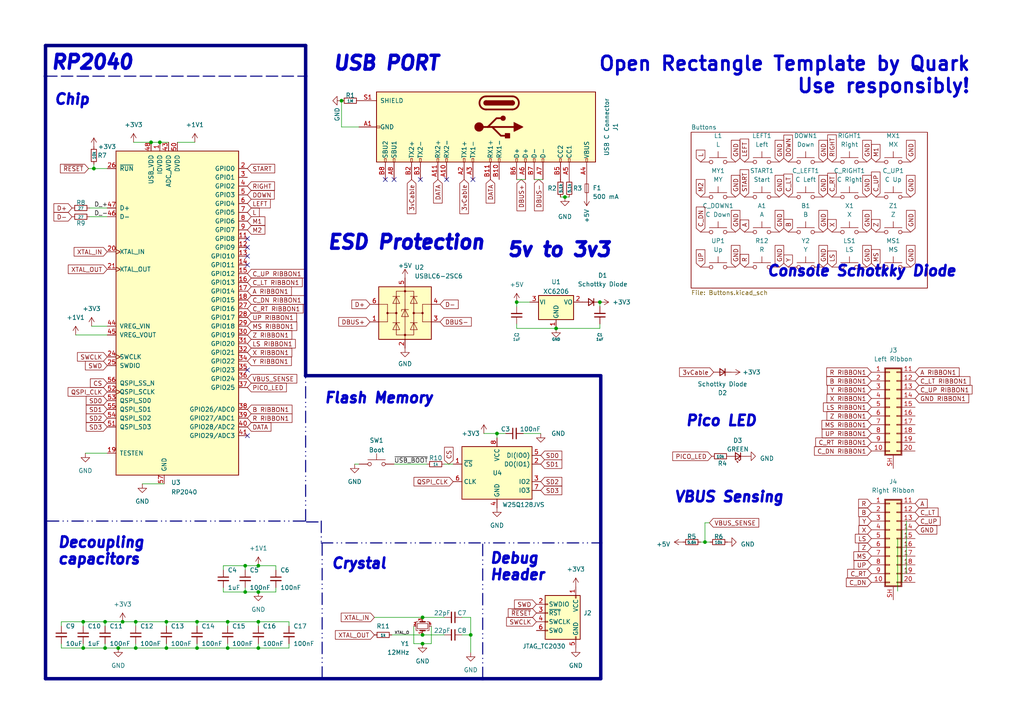
<source format=kicad_sch>
(kicad_sch (version 20231120) (generator "eeschema") (generator_version "8.0")
  (paper "A4")
  (lib_symbols
    (symbol "Connector:USB_C_Receptacle" (pin_names (offset 1.016))
      (property "Reference" "J" (at -10.16 29.21 0))
      (property "Value" "USB_C_Receptacle" (at 10.16 29.21 0))
      (symbol "USB_C_Receptacle_1_1"
        (pin passive line (at 0 -40.64 90) (length 5.08) (name "GND") (number "A1"))
        (pin bidirectional line (at 15.24 -15.24 180) (length 5.08) (name "RX2-") (number "A10"))
        (pin bidirectional line (at 15.24 -17.78 180) (length 5.08) (name "RX2+") (number "A11"))
        (pin passive line (at 0 -40.64 90) (length 5.08) hide (name "GND") (number "A12"))
        (pin bidirectional line (at 15.24 -10.16 180) (length 5.08) (name "TX1+") (number "A2"))
        (pin bidirectional line (at 15.24 -7.62 180) (length 5.08) (name "TX1-") (number "A3"))
        (pin passive line (at 15.24 25.4 180) (length 5.08) (name "VBUS") (number "A4"))
        (pin bidirectional line (at 15.24 20.32 180) (length 5.08) (name "CC1") (number "A5"))
        (pin bidirectional line (at 15.24 7.62 180) (length 5.08) (name "D+") (number "A6"))
        (pin bidirectional line (at 15.24 12.7 180) (length 5.08) (name "D-") (number "A7"))
        (pin bidirectional line (at 15.24 -30.48 180) (length 5.08) (name "SBU1") (number "A8"))
        (pin passive line (at 15.24 25.4 180) (length 5.08) hide (name "VBUS") (number "A9"))
        (pin passive line (at 0 -40.64 90) (length 5.08) hide (name "GND") (number "B1"))
        (pin bidirectional line (at 15.24 0 180) (length 5.08) (name "RX1-") (number "B10"))
        (pin bidirectional line (at 15.24 -2.54 180) (length 5.08) (name "RX1+") (number "B11"))
        (pin passive line (at 0 -40.64 90) (length 5.08) hide (name "GND") (number "B12"))
        (pin bidirectional line (at 15.24 -25.4 180) (length 5.08) (name "TX2+") (number "B2"))
        (pin bidirectional line (at 15.24 -22.86 180) (length 5.08) (name "TX2-") (number "B3"))
        (pin passive line (at 15.24 25.4 180) (length 5.08) hide (name "VBUS") (number "B4"))
        (pin bidirectional line (at 15.24 17.78 180) (length 5.08) (name "CC2") (number "B5"))
        (pin bidirectional line (at 15.24 5.08 180) (length 5.08) (name "D+") (number "B6"))
        (pin bidirectional line (at 15.24 10.16 180) (length 5.08) (name "D-") (number "B7"))
        (pin bidirectional line (at 15.24 -33.02 180) (length 5.08) (name "SBU2") (number "B8"))
        (pin passive line (at 15.24 25.4 180) (length 5.08) hide (name "VBUS") (number "B9"))
        (pin passive line (at -7.62 -40.64 90) (length 5.08) (name "SHIELD") (number "S1"))
      )
    )
    (symbol "Connector_Generic_Shielded:Conn_02x10_Top_Bottom_Shielded" (pin_names (offset 1.016) hide)
      (property "Reference" "J" (at 1.524 12.446 0))
      (property "Value" "Conn_02x10_Top_Bottom_Shielded" (at 2.286 -14.986 0))
      (symbol "Conn_02x10_Top_Bottom_Shielded_1_1"
        (pin passive line (at -5.08 10.16 0) (length 4.064) (name "Pin_1") (number "1"))
        (pin passive line (at -5.08 -12.7 0) (length 4.064) (name "Pin_10") (number "10"))
        (pin passive line (at 7.62 10.16 180) (length 4.064) (name "Pin_11") (number "11"))
        (pin passive line (at 7.62 7.62 180) (length 4.064) (name "Pin_12") (number "12"))
        (pin passive line (at 7.62 5.08 180) (length 4.064) (name "Pin_13") (number "13"))
        (pin passive line (at 7.62 2.54 180) (length 4.064) (name "Pin_14") (number "14"))
        (pin passive line (at 7.62 0 180) (length 4.064) (name "Pin_15") (number "15"))
        (pin passive line (at 7.62 -2.54 180) (length 4.064) (name "Pin_16") (number "16"))
        (pin passive line (at 7.62 -5.08 180) (length 4.064) (name "Pin_17") (number "17"))
        (pin passive line (at 7.62 -7.62 180) (length 4.064) (name "Pin_18") (number "18"))
        (pin passive line (at 7.62 -10.16 180) (length 4.064) (name "Pin_19") (number "19"))
        (pin passive line (at -5.08 7.62 0) (length 4.064) (name "Pin_2") (number "2"))
        (pin passive line (at 7.62 -12.7 180) (length 4.064) (name "Pin_20") (number "20"))
        (pin passive line (at -5.08 5.08 0) (length 4.064) (name "Pin_3") (number "3"))
        (pin passive line (at -5.08 2.54 0) (length 4.064) (name "Pin_4") (number "4"))
        (pin passive line (at -5.08 0 0) (length 4.064) (name "Pin_5") (number "5"))
        (pin passive line (at -5.08 -2.54 0) (length 4.064) (name "Pin_6") (number "6"))
        (pin passive line (at -5.08 -5.08 0) (length 4.064) (name "Pin_7") (number "7"))
        (pin passive line (at -5.08 -7.62 0) (length 4.064) (name "Pin_8") (number "8"))
        (pin passive line (at -5.08 -10.16 0) (length 4.064) (name "Pin_9") (number "9"))
        (pin passive line (at 1.27 -17.78 90) (length 3.81) (name "Shield") (number "SH"))
      )
    )
    (symbol "Device:C_Small" (pin_numbers hide) (pin_names (offset 0.254) hide)
      (property "Reference" "C" (at 0.254 1.778 0))
      (property "Value" "C_Small" (at 0.254 -2.032 0))
      (symbol "C_Small_1_1"
        (pin passive line (at 0 2.54 270) (length 2.032) (name "~") (number "1"))
        (pin passive line (at 0 -2.54 90) (length 2.032) (name "~") (number "2"))
      )
    )
    (symbol "Device:Crystal_GND24_Small" (pin_names (offset 1.016) hide)
      (property "Reference" "Y" (at 1.27 4.445 0))
      (property "Value" "Crystal_GND24_Small" (at 1.27 2.54 0))
      (symbol "Crystal_GND24_Small_1_1"
        (pin passive line (at -2.54 0 0) (length 1.27) (name "1") (number "1"))
        (pin passive line (at 0 -2.54 90) (length 0.635) (name "2") (number "2"))
        (pin passive line (at 2.54 0 180) (length 1.27) (name "3") (number "3"))
        (pin passive line (at 0 2.54 270) (length 0.635) (name "4") (number "4"))
      )
    )
    (symbol "Device:D_Small" (pin_numbers hide) (pin_names (offset 0.254) hide)
      (property "Reference" "D" (at -1.27 2.032 0))
      (property "Value" "D_Small" (at -3.81 -2.032 0))
      (symbol "D_Small_1_1"
        (pin passive line (at -2.54 0 0) (length 1.778) (name "K") (number "1"))
        (pin passive line (at 2.54 0 180) (length 1.778) (name "A") (number "2"))
      )
    )
    (symbol "Device:Fuse_Small" (pin_numbers hide) (pin_names (offset 0.254) hide)
      (property "Reference" "F" (at 0 -1.524 0))
      (property "Value" "Fuse_Small" (at 0 1.524 0))
      (symbol "Fuse_Small_1_1"
        (pin passive line (at -2.54 0 0) (length 1.27) (name "~") (number "1"))
        (pin passive line (at 2.54 0 180) (length 1.27) (name "~") (number "2"))
      )
    )
    (symbol "Device:LED_Small" (pin_numbers hide) (pin_names (offset 0.254) hide)
      (property "Reference" "D" (at -1.27 3.175 0))
      (property "Value" "LED_Small" (at -4.445 -2.54 0))
      (symbol "LED_Small_1_1"
        (pin passive line (at -2.54 0 0) (length 1.778) (name "K") (number "1"))
        (pin passive line (at 2.54 0 180) (length 1.778) (name "A") (number "2"))
      )
    )
    (symbol "Device:R_Small" (pin_numbers hide) (pin_names (offset 0.254) hide)
      (property "Reference" "R" (at 0.762 0.508 0))
      (property "Value" "R_Small" (at 0.762 -1.016 0))
      (symbol "R_Small_1_1"
        (pin passive line (at 0 2.54 270) (length 0.762) (name "~") (number "1"))
        (pin passive line (at 0 -2.54 90) (length 0.762) (name "~") (number "2"))
      )
    )
    (symbol "Memory_Flash:W25Q128JVS"
      (property "Reference" "U" (at -8.89 8.89 0))
      (property "Value" "W25Q128JVS" (at 7.62 8.89 0))
      (symbol "W25Q128JVS_1_1"
        (pin input line (at -12.7 2.54 0) (length 2.54) (name "~{CS}") (number "1"))
        (pin bidirectional line (at 12.7 2.54 180) (length 2.54) (name "DO(IO1)") (number "2"))
        (pin bidirectional line (at 12.7 -2.54 180) (length 2.54) (name "IO2") (number "3"))
        (pin power_in line (at 0 -10.16 90) (length 2.54) (name "GND") (number "4"))
        (pin bidirectional line (at 12.7 5.08 180) (length 2.54) (name "DI(IO0)") (number "5"))
        (pin input line (at -12.7 -2.54 0) (length 2.54) (name "CLK") (number "6"))
        (pin bidirectional line (at 12.7 -5.08 180) (length 2.54) (name "IO3") (number "7"))
        (pin power_in line (at 0 10.16 270) (length 2.54) (name "VCC") (number "8"))
      )
    )
    (symbol "Power_Protection:USBLC6-2SC6" (pin_names hide)
      (property "Reference" "U" (at 2.54 8.89 0))
      (property "Value" "USBLC6-2SC6" (at 2.54 -8.89 0))
      (symbol "USBLC6-2SC6_1_1"
        (pin passive line (at -10.16 -2.54 0) (length 2.54) (name "I/O1") (number "1"))
        (pin passive line (at 0 -10.16 90) (length 2.54) (name "GND") (number "2"))
        (pin passive line (at 10.16 -2.54 180) (length 2.54) (name "I/O2") (number "3"))
        (pin passive line (at 10.16 2.54 180) (length 2.54) (name "I/O2") (number "4"))
        (pin passive line (at 0 10.16 270) (length 2.54) (name "VBUS") (number "5"))
        (pin passive line (at -10.16 2.54 0) (length 2.54) (name "I/O1") (number "6"))
      )
    )
    (symbol "Regulator_Linear:XC6206PxxxMR" (pin_names (offset 0.254))
      (property "Reference" "U" (at -3.81 3.175 0))
      (property "Value" "XC6206PxxxMR" (at 0 3.175 0))
      (symbol "XC6206PxxxMR_1_1"
        (pin power_in line (at 0 -7.62 90) (length 2.54) (name "GND") (number "1"))
        (pin power_out line (at 7.62 0 180) (length 2.54) (name "VO") (number "2"))
        (pin power_in line (at -7.62 0 0) (length 2.54) (name "VI") (number "3"))
      )
    )
    (symbol "Sleep-lib:RP2040" (pin_names (offset 1.016))
      (property "Reference" "U" (at 8.89 51.435 0))
      (property "Value" "RP2040" (at 8.89 48.895 0))
      (symbol "RP2040_1_1"
        (pin power_in line (at -5.08 50.8 270) (length 2.54) (name "IOVDD") (number "1"))
        (pin power_in line (at -5.08 50.8 270) (length 2.54) hide (name "IOVDD") (number "10"))
        (pin input line (at 20.32 22.86 180) (length 2.54) (name "GPIO8") (number "11"))
        (pin input line (at 20.32 20.32 180) (length 2.54) (name "GPIO9") (number "12"))
        (pin input line (at 20.32 17.78 180) (length 2.54) (name "GPIO10") (number "13"))
        (pin input line (at 20.32 15.24 180) (length 2.54) (name "GPIO11") (number "14"))
        (pin input line (at 20.32 12.7 180) (length 2.54) (name "GPIO12") (number "15"))
        (pin input line (at 20.32 10.16 180) (length 2.54) (name "GPIO13") (number "16"))
        (pin input line (at 20.32 7.62 180) (length 2.54) (name "GPIO14") (number "17"))
        (pin input line (at 20.32 5.08 180) (length 2.54) (name "GPIO15") (number "18"))
        (pin input line (at -20.32 -39.37 0) (length 2.54) (name "TESTEN") (number "19"))
        (pin input line (at 20.32 43.18 180) (length 2.54) (name "GPIO0") (number "2"))
        (pin input clock (at -20.32 19.05 0) (length 2.54) (name "XTAL_IN") (number "20"))
        (pin input clock (at -20.32 13.97 0) (length 2.54) (name "XTAL_OUT") (number "21"))
        (pin power_in line (at -5.08 50.8 270) (length 2.54) hide (name "IOVDD") (number "22"))
        (pin power_in line (at 0 50.8 270) (length 2.54) hide (name "DVDD") (number "23"))
        (pin input clock (at -20.32 -11.43 0) (length 2.54) (name "SWCLK") (number "24"))
        (pin bidirectional line (at -20.32 -13.97 0) (length 2.54) (name "SWDIO") (number "25"))
        (pin input line (at -20.32 43.18 0) (length 2.54) (name "~{RUN}") (number "26"))
        (pin input line (at 20.32 2.54 180) (length 2.54) (name "GPIO16") (number "27"))
        (pin input line (at 20.32 0 180) (length 2.54) (name "GPIO17") (number "28"))
        (pin input line (at 20.32 -2.54 180) (length 2.54) (name "GPIO18") (number "29"))
        (pin input line (at 20.32 40.64 180) (length 2.54) (name "GPIO1") (number "3"))
        (pin input line (at 20.32 -5.08 180) (length 2.54) (name "GPIO19") (number "30"))
        (pin input line (at 20.32 -7.62 180) (length 2.54) (name "GPIO20") (number "31"))
        (pin input line (at 20.32 -10.16 180) (length 2.54) (name "GPIO21") (number "32"))
        (pin power_in line (at -5.08 50.8 270) (length 2.54) hide (name "IOVDD") (number "33"))
        (pin input line (at 20.32 -12.7 180) (length 2.54) (name "GPIO22") (number "34"))
        (pin input line (at 20.32 -15.24 180) (length 2.54) (name "GPIO23") (number "35"))
        (pin input line (at 20.32 -17.78 180) (length 2.54) (name "GPIO24") (number "36"))
        (pin input line (at 20.32 -20.32 180) (length 2.54) (name "GPIO25") (number "37"))
        (pin input line (at 20.32 -26.67 180) (length 2.54) (name "GPIO26/ADC0") (number "38"))
        (pin input line (at 20.32 -29.21 180) (length 2.54) (name "GPIO27/ADC1") (number "39"))
        (pin input line (at 20.32 38.1 180) (length 2.54) (name "GPIO2") (number "4"))
        (pin input line (at 20.32 -31.75 180) (length 2.54) (name "GPIO28/ADC2") (number "40"))
        (pin input line (at 20.32 -34.29 180) (length 2.54) (name "GPIO29/ADC3") (number "41"))
        (pin power_in line (at -5.08 50.8 270) (length 2.54) hide (name "IOVDD") (number "42"))
        (pin power_in line (at -2.54 50.8 270) (length 2.54) (name "ADC_AVDD") (number "43"))
        (pin power_in line (at -20.32 -2.54 0) (length 2.54) (name "VREG_VIN") (number "44"))
        (pin power_out line (at -20.32 -5.08 0) (length 2.54) (name "VREG_VOUT") (number "45"))
        (pin bidirectional line (at -20.32 29.21 0) (length 2.54) (name "D-") (number "46"))
        (pin bidirectional line (at -20.32 31.75 0) (length 2.54) (name "D+") (number "47"))
        (pin power_in line (at -7.62 50.8 270) (length 2.54) (name "USB_VDD") (number "48"))
        (pin power_in line (at -5.08 50.8 270) (length 2.54) hide (name "IOVDD") (number "49"))
        (pin input line (at 20.32 35.56 180) (length 2.54) (name "GPIO3") (number "5"))
        (pin power_in line (at 0 50.8 270) (length 2.54) (name "DVDD") (number "50"))
        (pin bidirectional line (at -20.32 -31.75 0) (length 2.54) (name "QSPI_SD3") (number "51"))
        (pin input clock (at -20.32 -21.59 0) (length 2.54) (name "QSPI_SCLK") (number "52"))
        (pin bidirectional line (at -20.32 -24.13 0) (length 2.54) (name "QSPI_SD0") (number "53"))
        (pin bidirectional line (at -20.32 -29.21 0) (length 2.54) (name "QSPI_SD2") (number "54"))
        (pin bidirectional line (at -20.32 -26.67 0) (length 2.54) (name "QSPI_SD1") (number "55"))
        (pin bidirectional line (at -20.32 -19.05 0) (length 2.54) (name "QSPI_SS_N") (number "56"))
        (pin power_in line (at -3.81 -48.26 90) (length 2.54) (name "GND") (number "57"))
        (pin input line (at 20.32 33.02 180) (length 2.54) (name "GPIO4") (number "6"))
        (pin input line (at 20.32 30.48 180) (length 2.54) (name "GPIO5") (number "7"))
        (pin input line (at 20.32 27.94 180) (length 2.54) (name "GPIO6") (number "8"))
        (pin input line (at 20.32 25.4 180) (length 2.54) (name "GPIO7") (number "9"))
      )
    )
    (symbol "Switch:SW_Push" (pin_numbers hide) (pin_names (offset 1.016) hide)
      (property "Reference" "SW" (at 1.27 2.54 0))
      (property "Value" "SW_Push" (at 0 -1.524 0))
      (symbol "SW_Push_0_1"
        (pin passive line (at -5.08 0 0) (length 2.54) (name "1") (number "1"))
        (pin passive line (at 5.08 0 180) (length 2.54) (name "2") (number "2"))
      )
    )
    (symbol "marbastlib-various:JTAG_TC2030" (pin_names (offset 1.016))
      (property "Reference" "J" (at -3.81 -6.35 0))
      (property "Value" "JTAG_TC2030" (at -10.16 8.89 0))
      (symbol "JTAG_TC2030_1_1"
        (pin passive line (at 5.08 10.16 270) (length 2.54) (name "VCC") (number "1"))
        (pin passive line (at -6.35 5.08 0) (length 2.54) (name "SWDIO") (number "2"))
        (pin passive line (at -6.35 2.54 0) (length 2.54) (name "~{RST}") (number "3"))
        (pin passive line (at -6.35 0 0) (length 2.54) (name "SWCLK") (number "4"))
        (pin passive line (at 5.08 -7.62 90) (length 2.54) (name "GND") (number "5"))
        (pin passive line (at -6.35 -2.54 0) (length 2.54) (name "SWO") (number "6"))
      )
    )
    (symbol "power:+1V1" (power) (pin_names (offset 0))
      (property "Value" "+1V1" (at 0 3.556 0))
      (symbol "+1V1_1_1"
        (pin power_in line (at 0 0 90) (length 0) hide (name "+1V1") (number "1"))
      )
    )
    (symbol "power:+3.3V" (power) (pin_names (offset 0))
      (property "Value" "+3.3V" (at 0 3.556 0))
      (symbol "+3.3V_1_1"
        (pin power_in line (at 0 0 90) (length 0) hide (name "+3V3") (number "1"))
      )
    )
    (symbol "power:+3V3" (power) (pin_names (offset 0))
      (property "Value" "+3V3" (at 0 3.556 0))
      (symbol "+3V3_1_1"
        (pin power_in line (at 0 0 90) (length 0) hide (name "+3V3") (number "1"))
      )
    )
    (symbol "power:+5V" (power) (pin_names (offset 0))
      (property "Value" "+5V" (at 0 3.556 0))
      (symbol "+5V_1_1"
        (pin power_in line (at 0 0 90) (length 0) hide (name "+5V") (number "1"))
      )
    )
    (symbol "power:GND" (power) (pin_names (offset 0))
      (property "Value" "GND" (at 0 -3.81 0))
      (symbol "GND_1_1"
        (pin power_in line (at 0 0 270) (length 0) hide (name "GND") (number "1"))
      )
    )
  )
  (junction (at 74.93 164.084))
  (junction (at 140.001 196.85))
  (junction (at 39.37 187.96))
  (junction (at 57.15 180.34))
  (junction (at 66.04 187.96))
  (junction (at 24.13 180.34))
  (junction (at 30.48 180.34))
  (junction (at 35.56 180.34))
  (junction (at 122.555 179.07))
  (junction (at 174.244 157.4631))
  (junction (at 30.48 187.96))
  (junction (at 136.525 184.15))
  (junction (at 48.26 180.34))
  (junction (at 34.29 187.96))
  (junction (at 204.47 157.226))
  (junction (at 74.93 180.34))
  (junction (at 46.355 41.275))
  (junction (at 13.208 22.098))
  (junction (at 149.86 87.63) (diameter 0.9144))
  (junction (at 71.12 164.084))
  (junction (at 122.555 186.69))
  (junction (at 57.15 187.96))
  (junction (at 43.815 41.275))
  (junction (at 74.93 187.96))
  (junction (at 24.13 187.96))
  (junction (at 71.12 171.704))
  (junction (at 173.99 87.63))
  (junction (at 74.93 171.704))
  (junction (at 88.646 22.098))
  (junction (at 27.2222 48.895))
  (junction (at 144.145 125.73))
  (junction (at 99.06 29.21))
  (junction (at 161.29 95.25) (diameter 0.9144))
  (junction (at 48.26 187.96))
  (junction (at 39.37 180.34))
  (junction (at 122.555 184.15))
  (junction (at 66.04 180.34))
  (junction (at 88.646 108.966))
  (junction (at 163.8554 57.15))
  (no_connect (at 71.755 76.835))
  (no_connect (at 71.755 69.215))
  (no_connect (at 71.755 107.315))
  (no_connect (at 114.3 52.07))
  (no_connect (at 71.755 71.755))
  (no_connect (at 129.54 52.07))
  (no_connect (at 71.755 74.295))
  (no_connect (at 71.755 126.365))
  (no_connect (at 137.16 52.07))
  (no_connect (at 111.76 52.07))
  (no_connect (at 121.92 52.07))
  (wire (pts (xy 31.115 97.155) (xy 21.9456 97.155)))
  (wire (pts (xy 57.15 180.34) (xy 57.15 181.61)))
  (wire (pts (xy 17.78 187.96) (xy 24.13 187.96)))
  (wire (pts (xy 260.35 171.45) (xy 260.35 156.21)))
  (wire (pts (xy 43.815 41.275) (xy 46.355 41.275)))
  (wire (pts (xy 136.525 179.07) (xy 136.525 184.15)))
  (wire (pts (xy 64.77 164.084) (xy 64.77 165.354)))
  (wire (pts (xy 57.15 186.69) (xy 57.15 187.96)))
  (wire (pts (xy 24.765 131.445) (xy 31.115 131.445)))
  (wire (pts (xy 125.095 181.61) (xy 125.095 186.69)))
  (wire (pts (xy 120.015 181.61) (xy 120.015 186.69)))
  (wire (pts (xy 24.13 187.96) (xy 30.48 187.96)))
  (wire (pts (xy 27.2222 47.625) (xy 27.2222 48.895)))
  (wire (pts (xy 71.12 164.084) (xy 71.12 165.354)))
  (wire (pts (xy 57.15 187.96) (xy 66.04 187.96)))
  (bus (pts (xy 174.244 157.4631) (xy 174.244 108.966)) (stroke (width 1)))
  (wire (pts (xy 74.93 187.96) (xy 83.82 187.96)))
  (wire (pts (xy 136.525 184.15) (xy 133.985 184.15)))
  (wire (pts (xy 17.78 180.34) (xy 24.13 180.34)))
  (wire (pts (xy 41.275 140.335) (xy 47.625 140.335)))
  (wire (pts (xy 114.3 134.62) (xy 123.825 134.62)))
  (wire (pts (xy 64.77 171.704) (xy 71.12 171.704)))
  (wire (pts (xy 102.87 134.62) (xy 104.14 134.62)))
  (wire (pts (xy 161.29 95.25) (xy 149.86 95.25)))
  (wire (pts (xy 128.905 184.15) (xy 122.555 184.15)))
  (wire (pts (xy 25.9842 62.865) (xy 31.115 62.865)))
  (wire (pts (xy 262.89 166.37) (xy 262.89 151.13)))
  (wire (pts (xy 144.145 125.73) (xy 146.685 125.73)))
  (bus (pts (xy 88.646 108.966) (xy 174.244 108.966)) (stroke (width 1)))
  (bus (pts (xy 174.244 157.4631) (xy 174.244 157.48)))
  (wire (pts (xy 30.48 180.34) (xy 35.56 180.34)))
  (bus (pts (xy 88.646 13.208) (xy 88.646 22.098)) (stroke (width 1)))
  (wire (pts (xy 25.9842 60.325) (xy 31.115 60.325)))
  (wire (pts (xy 80.01 164.084) (xy 80.01 165.354)))
  (wire (pts (xy 74.93 180.34) (xy 83.82 180.34)))
  (wire (pts (xy 149.86 87.63) (xy 149.86 88.9)))
  (wire (pts (xy 66.04 186.69) (xy 66.04 187.96)))
  (wire (pts (xy 39.37 187.96) (xy 48.26 187.96)))
  (wire (pts (xy 35.56 180.34) (xy 39.37 180.34)))
  (wire (pts (xy 203.2 157.226) (xy 204.47 157.226)))
  (wire (pts (xy 83.82 180.34) (xy 83.82 181.61)))
  (wire (pts (xy 51.435 41.275) (xy 56.515 41.275)))
  (wire (pts (xy 38.735 41.275) (xy 43.815 41.275)))
  (wire (pts (xy 39.37 187.96) (xy 39.37 186.69)))
  (wire (pts (xy 66.04 180.34) (xy 74.93 180.34)))
  (wire (pts (xy 74.93 171.704) (xy 80.01 171.704)))
  (wire (pts (xy 34.29 187.96) (xy 39.37 187.96)))
  (wire (pts (xy 48.26 180.34) (xy 48.26 181.61)))
  (wire (pts (xy 39.37 180.34) (xy 39.37 181.61)))
  (wire (pts (xy 83.82 187.96) (xy 83.82 186.69)))
  (wire (pts (xy 39.37 180.34) (xy 48.26 180.34)))
  (bus (pts (xy 140.001 196.85) (xy 174.244 196.85)) (stroke (width 1)))
  (bus (pts (xy 88.646 151.13) (xy 88.646 108.966)) (stroke (width 0) (type dash_dot_dot)))
  (wire (pts (xy 125.095 186.69) (xy 122.555 186.69)))
  (wire (pts (xy 74.93 164.084) (xy 80.01 164.084)))
  (bus (pts (xy 93.1852 151.13) (xy 93.1852 157.4631)) (stroke (width 0) (type dash_dot_dot)))
  (wire (pts (xy 108.585 179.07) (xy 122.555 179.07)))
  (wire (pts (xy 204.47 157.226) (xy 205.9178 157.226)))
  (wire (pts (xy 144.145 125.73) (xy 144.145 127)))
  (wire (pts (xy 71.12 171.704) (xy 74.93 171.704)))
  (wire (pts (xy 30.48 180.34) (xy 24.13 180.34)))
  (wire (pts (xy 149.86 93.98) (xy 149.86 95.25)))
  (wire (pts (xy 30.48 180.34) (xy 30.48 181.61)))
  (wire (pts (xy 48.26 187.96) (xy 57.15 187.96)))
  (wire (pts (xy 71.12 170.434) (xy 71.12 171.704)))
  (wire (pts (xy 162.56 57.15) (xy 163.8554 57.15)))
  (wire (pts (xy 128.905 134.62) (xy 131.445 134.62)))
  (wire (pts (xy 173.99 93.9546) (xy 173.99 95.25)))
  (wire (pts (xy 133.985 179.07) (xy 136.525 179.07)))
  (wire (pts (xy 99.06 36.83) (xy 99.06 29.21)))
  (wire (pts (xy 151.765 125.73) (xy 156.845 125.73)))
  (wire (pts (xy 74.93 180.34) (xy 74.93 181.61)))
  (bus (pts (xy 93.1852 157.4631) (xy 174.244 157.4631)) (stroke (width 0) (type dash_dot_dot)))
  (wire (pts (xy 120.015 186.69) (xy 122.555 186.69)))
  (wire (pts (xy 25.6793 48.895) (xy 27.2222 48.895)))
  (wire (pts (xy 157.48 52.07) (xy 154.94 52.07)))
  (wire (pts (xy 48.26 187.96) (xy 48.26 186.69)))
  (wire (pts (xy 80.01 171.704) (xy 80.01 170.434)))
  (wire (pts (xy 71.12 164.084) (xy 64.77 164.084)))
  (wire (pts (xy 26.5684 94.615) (xy 31.115 94.615)))
  (bus (pts (xy 13.208 22.098) (xy 88.646 22.098)) (stroke (width 0) (type dash)))
  (wire (pts (xy 140.335 125.73) (xy 144.145 125.73)))
  (bus (pts (xy 13.716 151.13) (xy 88.646 151.13)) (stroke (width 0) (type dash_dot_dot)))
  (bus (pts (xy 174.244 196.85) (xy 174.244 157.4631)) (stroke (width 1)))
  (bus (pts (xy 88.646 22.098) (xy 88.646 108.966)) (stroke (width 1)))
  (wire (pts (xy 57.15 180.34) (xy 66.04 180.34)))
  (wire (pts (xy 17.78 181.61) (xy 17.78 180.34)))
  (wire (pts (xy 66.04 187.96) (xy 74.93 187.96)))
  (wire (pts (xy 46.355 41.275) (xy 48.895 41.275)))
  (wire (pts (xy 74.93 187.96) (xy 74.93 186.69)))
  (wire (pts (xy 163.8554 57.15) (xy 165.1 57.15)))
  (wire (pts (xy 17.78 186.69) (xy 17.78 187.96)))
  (wire (pts (xy 27.2222 48.895) (xy 31.115 48.895)))
  (wire (pts (xy 74.93 164.084) (xy 71.12 164.084)))
  (wire (pts (xy 104.14 36.83) (xy 99.06 36.83)))
  (wire (pts (xy 261.62 168.91) (xy 261.62 153.67)))
  (wire (pts (xy 205.74 151.638) (xy 204.47 151.638)))
  (bus (pts (xy 140.001 196.85) (xy 140.001 157.48)) (stroke (width 0) (type dash_dot_dot)))
  (wire (pts (xy 24.13 180.34) (xy 24.13 181.61)))
  (wire (pts (xy 204.47 151.638) (xy 204.47 157.226)))
  (bus (pts (xy 13.208 13.208) (xy 13.208 22.098)) (stroke (width 1)))
  (wire (pts (xy 66.04 180.34) (xy 66.04 181.61)))
  (wire (pts (xy 30.48 186.69) (xy 30.48 187.96)))
  (wire (pts (xy 64.77 170.434) (xy 64.77 171.704)))
  (bus (pts (xy 93.4392 157.7171) (xy 93.4392 197.104)) (stroke (width 0) (type dash_dot_dot)))
  (wire (pts (xy 128.905 179.07) (xy 122.555 179.07)))
  (wire (pts (xy 173.99 88.8746) (xy 173.99 87.63)))
  (wire (pts (xy 122.555 184.15) (xy 113.665 184.15)))
  (wire (pts (xy 30.48 187.96) (xy 34.29 187.96)))
  (wire (pts (xy 24.13 186.69) (xy 24.13 187.96)))
  (bus (pts (xy 13.208 196.85) (xy 140.001 196.85)) (stroke (width 1)))
  (wire (pts (xy 136.525 184.15) (xy 136.525 189.23)))
  (bus (pts (xy 13.208 13.208) (xy 88.646 13.208)) (stroke (width 1)))
  (wire (pts (xy 48.26 180.34) (xy 57.15 180.34)))
  (bus (pts (xy 13.208 22.098) (xy 13.208 196.85)) (stroke (width 1)))
  (wire (pts (xy 161.29 95.25) (xy 173.99 95.25)))
  (wire (pts (xy 152.4 52.07) (xy 149.86 52.07)))
  (wire (pts (xy 149.86 87.63) (xy 153.67 87.63)))
  (bus (pts (xy 88.9 151.384) (xy 93.4392 151.384)) (stroke (width 0) (type dash_dot_dot)))
  (text "Console Schotkky Diode" (at 222.25 80.518 0) (effects (font (size 3 3) (thickness 2) (bold yes) (italic yes)) (justify left bottom)))
  (text "Crystal" (at 95.885 165.354 0) (effects (font (size 3 3) (thickness 2) (bold yes) (italic yes)) (justify left bottom)))
  (text "USB PORT" (at 96.266 20.828 0) (effects (font (size 4 4) (thickness 2) (bold yes) (italic yes)) (justify left bottom)))
  (text "Flash Memory" (at 93.853 117.348 0) (effects (font (size 3 3) (thickness 2) (bold yes) (italic yes)) (justify left bottom)))
  (text "Pico LED" (at 198.628 123.952 0) (effects (font (size 3 3) (thickness 2) (bold yes) (italic yes)) (justify left bottom)))
  (text "Open Rectangle Template by Quark\nUse responsibly!" (at 281.686 27.432 0) (effects (font (size 4 4) (thickness 0.8) (bold yes)) (justify right bottom)))
  (text "RP2040" (at 14.478 20.574 0) (effects (font (size 4 4) (thickness 2) (bold yes) (italic yes)) (justify left bottom)))
  (text "Debug\nHeader" (at 141.859 168.656 0) (effects (font (size 3 3) (thickness 2) (bold yes) (italic yes)) (justify left bottom)))
  (text "VBUS Sensing" (at 195.326 146.05 0) (effects (font (size 3 3) (thickness 2) (bold yes) (italic yes)) (justify left bottom)))
  (text "Chip" (at 15.494 30.734 0) (effects (font (size 3 3) (thickness 2) (bold yes) (italic yes)) (justify left bottom)))
  (text "5v to 3v3" (at 146.812 74.93 0) (effects (font (size 4 4) (thickness 2) (bold yes) (italic yes)) (justify left bottom)))
  (text "ESD Protection" (at 94.615 72.771 0) (effects (font (size 4 4) (thickness 2) (bold yes) (italic yes)) (justify left bottom)))
  (text "Decoupling\ncapacitors" (at 16.51 164.084 0) (effects (font (size 3 3) (thickness 2) (bold yes) (italic yes)) (justify left bottom)))
  (label "D_+" (at 27.305 60.325 0))
  (label "~{USB_BOOT}" (at 114.3 134.62 0))
  (label "D_-" (at 27.305 62.865 0))
  (label "XTAL_O" (at 118.745 184.15 180) (effects (font (size 0.8 0.8))))
  (global_label "GND" (shape input) (at 226.06 67.31 90) (property "Intersheetrefs" "${INTERSHEET_REFS}" (effects (hide yes))))
  (global_label "D+" (shape input) (at 107.315 88.265 180) (property "Intersheetrefs" "${INTERSHEET_REFS}" (effects (hide yes))))
  (global_label "C_UP RIBBON1" (shape input) (at 71.755 79.375 0) (property "Intersheetrefs" "${INTERSHEET_REFS}" (effects (hide yes))))
  (global_label "C_UP" (shape input) (at 265.43 151.13 0) (property "Intersheetrefs" "${INTERSHEET_REFS}" (effects (hide yes))))
  (global_label "C_DN" (shape input) (at 203.2 67.31 90) (property "Intersheetrefs" "${INTERSHEET_REFS}" (effects (hide yes))))
  (global_label "GND" (shape input) (at 213.36 46.99 90) (property "Intersheetrefs" "${INTERSHEET_REFS}" (effects (hide yes))))
  (global_label "GND" (shape input) (at 251.46 67.31 90) (property "Intersheetrefs" "${INTERSHEET_REFS}" (effects (hide yes))))
  (global_label "GND" (shape input) (at 226.06 46.99 90) (property "Intersheetrefs" "${INTERSHEET_REFS}" (effects (hide yes))))
  (global_label "Y" (shape input) (at 228.6 77.47 90) (property "Intersheetrefs" "${INTERSHEET_REFS}" (effects (hide yes))))
  (global_label "3vCable" (shape input) (at 134.62 52.07 270) (property "Intersheetrefs" "${INTERSHEET_REFS}" (effects (hide yes))))
  (global_label "DOWN" (shape input) (at 228.6 46.99 90) (property "Intersheetrefs" "${INTERSHEET_REFS}" (effects (hide yes))))
  (global_label "M2" (shape input) (at 203.2 57.15 90) (property "Intersheetrefs" "${INTERSHEET_REFS}" (effects (hide yes))))
  (global_label "~{RESET}" (shape input) (at 155.575 177.8 180) (property "Intersheetrefs" "${INTERSHEET_REFS}" (effects (hide yes))))
  (global_label "SWD" (shape input) (at 155.575 175.26 180) (property "Intersheetrefs" "${INTERSHEET_REFS}" (effects (hide yes))))
  (global_label "SD0" (shape input) (at 31.115 116.205 180) (property "Intersheetrefs" "${INTERSHEET_REFS}" (effects (hide yes))))
  (global_label "GND" (shape input) (at 213.36 77.47 90) (property "Intersheetrefs" "${INTERSHEET_REFS}" (effects (hide yes))))
  (global_label "R" (shape input) (at 252.73 146.05 180) (property "Intersheetrefs" "${INTERSHEET_REFS}" (effects (hide yes))))
  (global_label "C_LT RIBBON1" (shape input) (at 265.43 110.49 0) (property "Intersheetrefs" "${INTERSHEET_REFS}" (effects (hide yes))))
  (global_label "GND" (shape input) (at 264.16 46.99 90) (property "Intersheetrefs" "${INTERSHEET_REFS}" (effects (hide yes))))
  (global_label "START" (shape input) (at 71.755 48.895 0) (property "Intersheetrefs" "${INTERSHEET_REFS}" (effects (hide yes))))
  (global_label "UP" (shape input) (at 203.2 77.47 90) (property "Intersheetrefs" "${INTERSHEET_REFS}" (effects (hide yes))))
  (global_label "QSPI_CLK" (shape input) (at 131.445 139.7 180) (property "Intersheetrefs" "${INTERSHEET_REFS}" (effects (hide yes))))
  (global_label "A" (shape input) (at 215.9 67.31 90) (property "Intersheetrefs" "${INTERSHEET_REFS}" (effects (hide yes))))
  (global_label "SD0" (shape input) (at 156.845 132.08 0) (property "Intersheetrefs" "${INTERSHEET_REFS}" (effects (hide yes))))
  (global_label "D-" (shape input) (at 20.9042 62.865 180) (property "Intersheetrefs" "${INTERSHEET_REFS}" (effects (hide yes))))
  (global_label "GND" (shape input) (at 213.36 67.31 90) (property "Intersheetrefs" "${INTERSHEET_REFS}" (effects (hide yes))))
  (global_label "DATA" (shape input) (at 71.755 123.825 0) (property "Intersheetrefs" "${INTERSHEET_REFS}" (effects (hide yes))))
  (global_label "Y RIBBON1" (shape input) (at 252.73 113.03 180) (property "Intersheetrefs" "${INTERSHEET_REFS}" (effects (hide yes))))
  (global_label "SWD" (shape input) (at 31.115 106.045 180) (property "Intersheetrefs" "${INTERSHEET_REFS}" (effects (hide yes))))
  (global_label "SD3" (shape input) (at 156.845 142.24 0) (property "Intersheetrefs" "${INTERSHEET_REFS}" (effects (hide yes))))
  (global_label "RIGHT" (shape input) (at 241.3 46.99 90) (property "Intersheetrefs" "${INTERSHEET_REFS}" (effects (hide yes))))
  (global_label "M1" (shape input) (at 71.755 64.135 0) (property "Intersheetrefs" "${INTERSHEET_REFS}" (effects (hide yes))))
  (global_label "PICO_LED" (shape input) (at 71.755 112.395 0) (property "Intersheetrefs" "${INTERSHEET_REFS}" (effects (hide yes))))
  (global_label "B" (shape input) (at 252.73 148.59 180) (property "Intersheetrefs" "${INTERSHEET_REFS}" (effects (hide yes))))
  (global_label "PICO_LED" (shape input) (at 206.4258 132.334 180) (property "Intersheetrefs" "${INTERSHEET_REFS}" (effects (hide yes))))
  (global_label "VBUS_SENSE" (shape input) (at 205.74 151.638 0) (property "Intersheetrefs" "${INTERSHEET_REFS}" (effects (hide yes))))
  (global_label "MS RIBBON1" (shape input) (at 71.755 94.615 0) (property "Intersheetrefs" "${INTERSHEET_REFS}" (effects (hide yes))))
  (global_label "DATA" (shape input) (at 142.24 52.07 270) (property "Intersheetrefs" "${INTERSHEET_REFS}" (effects (hide yes))))
  (global_label "LS RIBBON1" (shape input) (at 252.73 118.11 180) (property "Intersheetrefs" "${INTERSHEET_REFS}" (effects (hide yes))))
  (global_label "SD1" (shape input) (at 31.115 118.745 180) (property "Intersheetrefs" "${INTERSHEET_REFS}" (effects (hide yes))))
  (global_label "X" (shape input) (at 241.3 67.31 90) (property "Intersheetrefs" "${INTERSHEET_REFS}" (effects (hide yes))))
  (global_label "Z" (shape input) (at 252.73 158.75 180) (property "Intersheetrefs" "${INTERSHEET_REFS}" (effects (hide yes))))
  (global_label "GND" (shape input) (at 251.46 46.99 90) (property "Intersheetrefs" "${INTERSHEET_REFS}" (effects (hide yes))))
  (global_label "SD3" (shape input) (at 31.115 123.825 180) (property "Intersheetrefs" "${INTERSHEET_REFS}" (effects (hide yes))))
  (global_label "C_UP" (shape input) (at 254 57.15 90) (property "Intersheetrefs" "${INTERSHEET_REFS}" (effects (hide yes))))
  (global_label "XTAL_OUT" (shape input) (at 31.115 78.105 180) (property "Intersheetrefs" "${INTERSHEET_REFS}" (effects (hide yes))))
  (global_label "C_LT RIBBON1" (shape input) (at 71.755 81.915 0) (property "Intersheetrefs" "${INTERSHEET_REFS}" (effects (hide yes))))
  (global_label "DBUS-" (shape input) (at 127.635 93.345 0) (property "Intersheetrefs" "${INTERSHEET_REFS}" (effects (hide yes))))
  (global_label "R RIBBON1" (shape input) (at 71.755 121.285 0) (property "Intersheetrefs" "${INTERSHEET_REFS}" (effects (hide yes))))
  (global_label "GND" (shape input) (at 264.16 77.47 90) (property "Intersheetrefs" "${INTERSHEET_REFS}" (effects (hide yes))))
  (global_label "GND" (shape input) (at 251.46 77.47 90) (property "Intersheetrefs" "${INTERSHEET_REFS}" (effects (hide yes))))
  (global_label "A RIBBON1" (shape input) (at 71.755 84.455 0) (property "Intersheetrefs" "${INTERSHEET_REFS}" (effects (hide yes))))
  (global_label "R RIBBON1" (shape input) (at 252.73 107.95 180) (property "Intersheetrefs" "${INTERSHEET_REFS}" (effects (hide yes))))
  (global_label "GND" (shape input) (at 238.76 46.99 90) (property "Intersheetrefs" "${INTERSHEET_REFS}" (effects (hide yes))))
  (global_label "C_RT" (shape input) (at 241.3 57.15 90) (property "Intersheetrefs" "${INTERSHEET_REFS}" (effects (hide yes))))
  (global_label "GND" (shape input) (at 213.36 57.15 90) (property "Intersheetrefs" "${INTERSHEET_REFS}" (effects (hide yes))))
  (global_label "C_LT" (shape input) (at 265.43 148.59 0) (property "Intersheetrefs" "${INTERSHEET_REFS}" (effects (hide yes))))
  (global_label "Y" (shape input) (at 252.73 151.13 180) (property "Intersheetrefs" "${INTERSHEET_REFS}" (effects (hide yes))))
  (global_label "MS" (shape input) (at 254 77.47 90) (property "Intersheetrefs" "${INTERSHEET_REFS}" (effects (hide yes))))
  (global_label "GND" (shape input) (at 264.16 67.31 90) (property "Intersheetrefs" "${INTERSHEET_REFS}" (effects (hide yes))))
  (global_label "UP" (shape input) (at 252.73 163.83 180) (property "Intersheetrefs" "${INTERSHEET_REFS}" (effects (hide yes))))
  (global_label "D-" (shape input) (at 127.635 88.265 0) (property "Intersheetrefs" "${INTERSHEET_REFS}" (effects (hide yes))))
  (global_label "X" (shape input) (at 252.73 153.67 180) (property "Intersheetrefs" "${INTERSHEET_REFS}" (effects (hide yes))))
  (global_label "Z RIBBON1" (shape input) (at 252.73 120.65 180) (property "Intersheetrefs" "${INTERSHEET_REFS}" (effects (hide yes))))
  (global_label "C_DN" (shape input) (at 252.73 168.91 180) (property "Intersheetrefs" "${INTERSHEET_REFS}" (effects (hide yes))))
  (global_label "M2" (shape input) (at 71.755 66.675 0) (property "Intersheetrefs" "${INTERSHEET_REFS}" (effects (hide yes))))
  (global_label "B RIBBON1" (shape input) (at 252.73 110.49 180) (property "Intersheetrefs" "${INTERSHEET_REFS}" (effects (hide yes))))
  (global_label "UP RIBBON1" (shape input) (at 252.73 125.73 180) (property "Intersheetrefs" "${INTERSHEET_REFS}" (effects (hide yes))))
  (global_label "CS" (shape input) (at 31.115 111.125 180) (property "Intersheetrefs" "${INTERSHEET_REFS}" (effects (hide yes))))
  (global_label "R" (shape input) (at 215.9 77.47 90) (property "Intersheetrefs" "${INTERSHEET_REFS}" (effects (hide yes))))
  (global_label "SD2" (shape input) (at 156.845 139.7 0) (property "Intersheetrefs" "${INTERSHEET_REFS}" (effects (hide yes))))
  (global_label "GND" (shape input) (at 226.06 77.47 90) (property "Intersheetrefs" "${INTERSHEET_REFS}" (effects (hide yes))))
  (global_label "L" (shape input) (at 71.755 61.595 0) (property "Intersheetrefs" "${INTERSHEET_REFS}" (effects (hide yes))))
  (global_label "GND" (shape input) (at 265.43 153.67 0) (property "Intersheetrefs" "${INTERSHEET_REFS}" (effects (hide yes))))
  (global_label "3vCable" (shape input) (at 207.01 107.95 180) (property "Intersheetrefs" "${INTERSHEET_REFS}" (effects (hide yes))))
  (global_label "DBUS-" (shape input) (at 156.2608 52.07 270) (property "Intersheetrefs" "${INTERSHEET_REFS}" (effects (hide yes))))
  (global_label "GND" (shape input) (at 226.06 57.15 90) (property "Intersheetrefs" "${INTERSHEET_REFS}" (effects (hide yes))))
  (global_label "A" (shape input) (at 265.43 146.05 0) (property "Intersheetrefs" "${INTERSHEET_REFS}" (effects (hide yes))))
  (global_label "Z RIBBON1" (shape input) (at 71.755 97.155 0) (property "Intersheetrefs" "${INTERSHEET_REFS}" (effects (hide yes))))
  (global_label "CS" (shape input) (at 130.175 134.62 90) (property "Intersheetrefs" "${INTERSHEET_REFS}" (effects (hide yes))))
  (global_label "START" (shape input) (at 215.9 57.15 90) (property "Intersheetrefs" "${INTERSHEET_REFS}" (effects (hide yes))))
  (global_label "C_RT RIBBON1" (shape input) (at 71.755 89.535 0) (property "Intersheetrefs" "${INTERSHEET_REFS}" (effects (hide yes))))
  (global_label "C_DN RIBBON1" (shape input) (at 71.755 86.995 0) (property "Intersheetrefs" "${INTERSHEET_REFS}" (effects (hide yes))))
  (global_label "XTAL_IN" (shape input) (at 31.115 73.025 180) (property "Intersheetrefs" "${INTERSHEET_REFS}" (effects (hide yes))))
  (global_label "VBUS_SENSE" (shape input) (at 71.755 109.855 0) (property "Intersheetrefs" "${INTERSHEET_REFS}" (effects (hide yes))))
  (global_label "RIGHT" (shape input) (at 71.755 53.975 0) (property "Intersheetrefs" "${INTERSHEET_REFS}" (effects (hide yes))))
  (global_label "LEFT" (shape input) (at 215.9 46.99 90) (property "Intersheetrefs" "${INTERSHEET_REFS}" (effects (hide yes))))
  (global_label "D+" (shape input) (at 20.9042 60.325 180) (property "Intersheetrefs" "${INTERSHEET_REFS}" (effects (hide yes))))
  (global_label "B" (shape input) (at 228.6 67.31 90) (property "Intersheetrefs" "${INTERSHEET_REFS}" (effects (hide yes))))
  (global_label "QSPI_CLK" (shape input) (at 31.115 113.665 180) (property "Intersheetrefs" "${INTERSHEET_REFS}" (effects (hide yes))))
  (global_label "B RIBBON1" (shape input) (at 71.755 118.745 0) (property "Intersheetrefs" "${INTERSHEET_REFS}" (effects (hide yes))))
  (global_label "DBUS+" (shape input) (at 107.315 93.345 180) (property "Intersheetrefs" "${INTERSHEET_REFS}" (effects (hide yes))))
  (global_label "DBUS+" (shape input) (at 151.1808 52.07 270) (property "Intersheetrefs" "${INTERSHEET_REFS}" (effects (hide yes))))
  (global_label "~{RESET}" (shape input) (at 25.6793 48.895 180) (property "Intersheetrefs" "${INTERSHEET_REFS}" (effects (hide yes))))
  (global_label "MS RIBBON1" (shape input) (at 252.73 123.19 180) (property "Intersheetrefs" "${INTERSHEET_REFS}" (effects (hide yes))))
  (global_label "GND" (shape input) (at 238.76 57.15 90) (property "Intersheetrefs" "${INTERSHEET_REFS}" (effects (hide yes))))
  (global_label "XTAL_OUT" (shape input) (at 108.585 184.15 180) (property "Intersheetrefs" "${INTERSHEET_REFS}" (effects (hide yes))))
  (global_label "3vCable" (shape input) (at 119.38 52.07 270) (property "Intersheetrefs" "${INTERSHEET_REFS}" (effects (hide yes))))
  (global_label "SWCLK" (shape input) (at 31.115 103.505 180) (property "Intersheetrefs" "${INTERSHEET_REFS}" (effects (hide yes))))
  (global_label "GND RIBBON1" (shape input) (at 265.43 115.57 0) (property "Intersheetrefs" "${INTERSHEET_REFS}" (effects (hide yes))))
  (global_label "LS RIBBON1" (shape input) (at 71.755 99.695 0) (property "Intersheetrefs" "${INTERSHEET_REFS}" (effects (hide yes))))
  (global_label "Z" (shape input) (at 254 67.31 90) (property "Intersheetrefs" "${INTERSHEET_REFS}" (effects (hide yes))))
  (global_label "LEFT" (shape input) (at 71.755 59.055 0) (property "Intersheetrefs" "${INTERSHEET_REFS}" (effects (hide yes))))
  (global_label "A RIBBON1" (shape input) (at 265.43 107.95 0) (property "Intersheetrefs" "${INTERSHEET_REFS}" (effects (hide yes))))
  (global_label "SD2" (shape input) (at 31.115 121.285 180) (property "Intersheetrefs" "${INTERSHEET_REFS}" (effects (hide yes))))
  (global_label "C_DN RIBBON1" (shape input) (at 252.73 130.81 180) (property "Intersheetrefs" "${INTERSHEET_REFS}" (effects (hide yes))))
  (global_label "Y RIBBON1" (shape input) (at 71.755 104.775 0) (property "Intersheetrefs" "${INTERSHEET_REFS}" (effects (hide yes))))
  (global_label "SWCLK" (shape input) (at 155.575 180.34 180) (property "Intersheetrefs" "${INTERSHEET_REFS}" (effects (hide yes))))
  (global_label "X RIBBON1" (shape input) (at 252.73 115.57 180) (property "Intersheetrefs" "${INTERSHEET_REFS}" (effects (hide yes))))
  (global_label "C_RT RIBBON1" (shape input) (at 252.73 128.27 180) (property "Intersheetrefs" "${INTERSHEET_REFS}" (effects (hide yes))))
  (global_label "M1" (shape input) (at 254 46.99 90) (property "Intersheetrefs" "${INTERSHEET_REFS}" (effects (hide yes))))
  (global_label "LS" (shape input) (at 252.73 156.21 180) (property "Intersheetrefs" "${INTERSHEET_REFS}" (effects (hide yes))))
  (global_label "DOWN" (shape input) (at 71.755 56.515 0) (property "Intersheetrefs" "${INTERSHEET_REFS}" (effects (hide yes))))
  (global_label "SD1" (shape input) (at 156.845 134.62 0) (property "Intersheetrefs" "${INTERSHEET_REFS}" (effects (hide yes))))
  (global_label "C_RT" (shape input) (at 252.73 166.37 180) (property "Intersheetrefs" "${INTERSHEET_REFS}" (effects (hide yes))))
  (global_label "C_LT" (shape input) (at 228.6 57.15 90) (property "Intersheetrefs" "${INTERSHEET_REFS}" (effects (hide yes))))
  (global_label "DATA" (shape input) (at 127 52.07 270) (property "Intersheetrefs" "${INTERSHEET_REFS}" (effects (hide yes))))
  (global_label "UP RIBBON1" (shape input) (at 71.755 92.075 0) (property "Intersheetrefs" "${INTERSHEET_REFS}" (effects (hide yes))))
  (global_label "GND" (shape input) (at 238.76 67.31 90) (property "Intersheetrefs" "${INTERSHEET_REFS}" (effects (hide yes))))
  (global_label "GND" (shape input) (at 238.76 77.47 90) (property "Intersheetrefs" "${INTERSHEET_REFS}" (effects (hide yes))))
  (global_label "GND" (shape input) (at 251.46 57.15 90) (property "Intersheetrefs" "${INTERSHEET_REFS}" (effects (hide yes))))
  (global_label "C_UP RIBBON1" (shape input) (at 265.43 113.03 0) (property "Intersheetrefs" "${INTERSHEET_REFS}" (effects (hide yes))))
  (global_label "L" (shape input) (at 203.2 46.99 90) (property "Intersheetrefs" "${INTERSHEET_REFS}" (effects (hide yes))))
  (global_label "GND" (shape input) (at 264.16 57.15 90) (property "Intersheetrefs" "${INTERSHEET_REFS}" (effects (hide yes))))
  (global_label "X RIBBON1" (shape input) (at 71.755 102.235 0) (property "Intersheetrefs" "${INTERSHEET_REFS}" (effects (hide yes))))
  (global_label "LS" (shape input) (at 241.3 77.47 90) (property "Intersheetrefs" "${INTERSHEET_REFS}" (effects (hide yes))))
  (global_label "MS" (shape input) (at 252.73 161.29 180) (property "Intersheetrefs" "${INTERSHEET_REFS}" (effects (hide yes))))
  (global_label "XTAL_IN" (shape input) (at 108.585 179.07 180) (property "Intersheetrefs" "${INTERSHEET_REFS}" (effects (hide yes))))
  (symbol (lib_id "Connector_Generic_Shielded:Conn_02x10_Top_Bottom_Shielded") (at 257.81 118.11 0) (unit 1)
    (property "Reference" "J3" (at 259.08 101.6 0))
    (property "Value" "Left Ribbon" (at 259.08 104.14 0))
    (property "Footprint" "moth footprints:FPC-05F-30PH20" (effects (hide yes)))
    (property "Description" "Generic shielded connector, double row, 02x10, top/bottom pin numbering scheme (row 1: 1...pins_per_row, row2: pins_per_row+1 ... num_pins), script generated (kicad-library-utils/schlib/autogen/connector/)" (effects (hide yes)))
  )
  (symbol (lib_id "Switch:SW_Push") (at 220.98 46.99 0) (unit 1)
    (property "Reference" "LEFT1" (at 220.98 39.37 0))
    (property "Value" "Left" (at 220.98 41.91 0))
    (property "Footprint" "moth footprints:SW_Gateron_LowProfile_HotSwap_THT" (effects (hide yes)))
    (property "Description" "Push button switch, generic, two pins" (effects (hide yes)))
  )
  (symbol (lib_id "Device:R_Small") (at 200.66 157.226 90) (unit 1)
    (property "Reference" "R5" (at 201.9647 155.6231 90) (effects (justify left)))
    (property "Value" "5.6k" (at 202.0165 157.2929 90) (effects (font (size 0.8 0.8)) (justify left)))
    (property "Footprint" "Resistor_SMD:R_0603_1608Metric" (effects (hide yes)))
    (property "LCSC" "C23189" (effects (hide yes)))
  )
  (symbol (lib_id "Device:R_Small") (at 23.4442 62.865 90) (unit 1)
    (property "Reference" "R9" (at 23.4442 64.7446 90))
    (property "Value" "27" (at 23.4442 62.9666 90) (effects (font (size 0.8 0.8))))
    (property "Footprint" "Resistor_SMD:R_0603_1608Metric" (effects (hide yes)))
    (property "LCSC" "C25190" (effects (hide yes)))
  )
  (symbol (lib_id "power:GND") (at 216.5858 132.334 90) (unit 1)
    (property "Reference" "#PWR018" (effects (hide yes)))
    (property "Value" "GND" (at 220.3958 132.969 90) (effects (justify right)))
  )
  (symbol (lib_id "Sleep-lib:RP2040") (at 51.435 92.075 0) (unit 1)
    (property "Reference" "U3" (at 49.6444 139.9445 0) (effects (justify left)))
    (property "Value" "RP2040" (at 49.6444 142.7196 0) (effects (justify left)))
    (property "Footprint" "footprints:RP2040-QFN-56" (effects (hide yes)))
    (property "Datasheet" "https://datasheets.raspberrypi.com/rp2040/rp2040-datasheet.pdf" (effects (hide yes)))
    (property "LCSC" "C2040" (effects (hide yes)))
  )
  (symbol (lib_id "power:GND") (at 102.87 134.62 0) (unit 1)
    (property "Reference" "#PWR019" (effects (hide yes)))
    (property "Value" "GND" (at 102.87 139.7 0))
  )
  (symbol (lib_id "Switch:SW_Push") (at 220.98 67.31 0) (unit 1)
    (property "Reference" "A1" (at 220.98 59.69 0))
    (property "Value" "A" (at 220.98 62.23 0))
    (property "Footprint" "moth footprints:SW_Gateron_LowProfile_HotSwap_THT" (effects (hide yes)))
    (property "Description" "Push button switch, generic, two pins" (effects (hide yes)))
  )
  (symbol (lib_id "Switch:SW_Push") (at 246.38 77.47 0) (unit 1)
    (property "Reference" "LS1" (at 246.38 69.85 0))
    (property "Value" "LS" (at 246.38 72.39 0))
    (property "Footprint" "moth footprints:SW_Gateron_LowProfile_HotSwap_THT" (effects (hide yes)))
    (property "Description" "Push button switch, generic, two pins" (effects (hide yes)))
  )
  (symbol (lib_id "Switch:SW_Push") (at 208.28 57.15 0) (unit 1)
    (property "Reference" "MY1" (at 208.28 49.53 0))
    (property "Value" "MY" (at 208.28 52.07 0))
    (property "Footprint" "moth footprints:SW_Gateron_LowProfile_HotSwap_THT" (effects (hide yes)))
    (property "Description" "Push button switch, generic, two pins" (effects (hide yes)))
  )
  (symbol (lib_id "Device:Fuse_Small") (at 170.18 54.61 270) (unit 1)
    (property "Reference" "F1" (at 171.9072 54.5084 90) (effects (justify left)))
    (property "Value" "500 mA" (at 171.9072 57.0484 90) (effects (justify left)))
    (property "Footprint" "Fuse:Fuse_1206_3216Metric" (effects (hide yes)))
    (property "LCSC" "C70076" (effects (hide yes)))
  )
  (symbol (lib_id "Switch:SW_Push") (at 259.08 46.99 0) (unit 1)
    (property "Reference" "MX1" (at 259.08 39.37 0))
    (property "Value" "MX" (at 259.08 41.91 0))
    (property "Footprint" "moth footprints:SW_Gateron_LowProfile_HotSwap_THT" (effects (hide yes)))
    (property "Description" "Push button switch, generic, two pins" (effects (hide yes)))
  )
  (symbol (lib_id "Device:C_Small") (at 71.12 167.894 0) (unit 1)
    (property "Reference" "C5" (at 72.39 165.3539 0) (effects (justify left)))
    (property "Value" "100nF" (at 72.39 170.4339 0) (effects (justify left)))
    (property "Footprint" "Capacitor_SMD:C_0402_1005Metric" (effects (hide yes)))
    (property "LCSC" "C1525" (effects (hide yes)))
  )
  (symbol (lib_id "Device:D_Small") (at 171.45 87.63 180) (unit 1)
    (property "Reference" "D1" (at 174.8028 79.883 0))
    (property "Value" "Schottky Diode" (at 174.8028 82.423 0))
    (property "Footprint" "Diode_SMD:D_SOD-123" (effects (hide yes)))
    (property "LCSC" "C8598" (effects (hide yes)))
  )
  (symbol (lib_id "Switch:SW_Push") (at 208.28 46.99 0) (unit 1)
    (property "Reference" "L1" (at 208.28 39.37 0))
    (property "Value" "L" (at 208.28 41.91 0))
    (property "Footprint" "moth footprints:SW_Gateron_LowProfile_HotSwap_THT" (effects (hide yes)))
    (property "Description" "Push button switch, generic, two pins" (effects (hide yes)))
  )
  (symbol (lib_id "Device:C_Small") (at 57.15 184.15 0) (unit 1)
    (property "Reference" "C14" (at 58.42 181.6099 0) (effects (justify left)))
    (property "Value" "100nF" (at 58.42 186.6899 0) (effects (justify left)))
    (property "Footprint" "Capacitor_SMD:C_0402_1005Metric" (effects (hide yes)))
    (property "LCSC" "C1525" (effects (hide yes)))
  )
  (symbol (lib_id "Device:Crystal_GND24_Small") (at 122.555 181.61 270) (mirror x) (unit 1)
    (property "Reference" "Y1" (at 118.745 186.69 90) (effects (justify right)))
    (property "Value" "12MHz" (at 118.745 189.23 90) (effects (justify right)))
    (property "Footprint" "Crystal:Crystal_SMD_3225-4Pin_3.2x2.5mm" (effects (hide yes)))
    (property "LCSC" "C9002" (effects (hide yes)))
  )
  (symbol (lib_id "power:+1V1") (at 21.9456 97.155 0) (unit 1)
    (property "Reference" "#PWR012" (effects (hide yes)))
    (property "Value" "+1V1" (at 21.9456 92.075 0))
  )
  (symbol (lib_id "Device:C_Small") (at 149.86 91.44 180) (unit 1)
    (property "Reference" "C2" (at 149.86 97.155 0) (effects (font (size 0.762 0.762))))
    (property "Value" "1uF" (at 149.86 98.425 0) (effects (font (size 0.762 0.762))))
    (property "Footprint" "Capacitor_SMD:C_0402_1005Metric" (effects (hide yes)))
    (property "LCSC" "C52923" (effects (hide yes)))
  )
  (symbol (lib_id "marbastlib-various:JTAG_TC2030") (at 161.925 180.34 0) (unit 1) (in_bom no)
    (property "Reference" "J2" (at 169.2148 177.7999 0) (effects (justify left)))
    (property "Value" "JTAG_TC2030" (at 151.511 187.452 0) (effects (justify left)))
    (property "Footprint" "PCM_marbastlib-various:CON_TC2030_outlined" (effects (hide yes)))
    (property "Datasheet" " ~" (effects (hide yes)))
  )
  (symbol (lib_id "Switch:SW_Push") (at 259.08 67.31 0) (unit 1)
    (property "Reference" "Z1" (at 259.08 59.69 0))
    (property "Value" "Z" (at 259.08 62.23 0))
    (property "Footprint" "moth footprints:SW_Gateron_LowProfile_HotSwap_THT" (effects (hide yes)))
    (property "Description" "Push button switch, generic, two pins" (effects (hide yes)))
  )
  (symbol (lib_id "Device:C_Small") (at 149.225 125.73 90) (unit 1)
    (property "Reference" "C3" (at 147.9549 124.46 90) (effects (justify left)))
    (property "Value" "100nF" (at 156.8449 124.46 90) (effects (justify left)))
    (property "Footprint" "Capacitor_SMD:C_0402_1005Metric" (effects (hide yes)))
    (property "LCSC" "C1525" (effects (hide yes)))
  )
  (symbol (lib_id "Switch:SW_Push") (at 208.28 67.31 0) (unit 1)
    (property "Reference" "C_DOWN1" (at 208.28 59.69 0))
    (property "Value" "C Down" (at 208.28 62.23 0))
    (property "Footprint" "moth footprints:SW_Gateron_LowProfile_HotSwap_THT" (effects (hide yes)))
    (property "Description" "Push button switch, generic, two pins" (effects (hide yes)))
  )
  (symbol (lib_id "Switch:SW_Push") (at 233.68 46.99 0) (unit 1)
    (property "Reference" "DOWN1" (at 233.68 39.37 0))
    (property "Value" "Down" (at 233.68 41.91 0))
    (property "Footprint" "moth footprints:SW_Gateron_LowProfile_HotSwap_THT" (effects (hide yes)))
    (property "Description" "Push button switch, generic, two pins" (effects (hide yes)))
  )
  (symbol (lib_id "Switch:SW_Push") (at 233.68 67.31 0) (unit 1)
    (property "Reference" "B1" (at 233.68 59.69 0))
    (property "Value" "B" (at 233.68 62.23 0))
    (property "Footprint" "moth footprints:SW_Gateron_LowProfile_HotSwap_THT" (effects (hide yes)))
    (property "Description" "Push button switch, generic, two pins" (effects (hide yes)))
  )
  (symbol (lib_id "power:+3V3") (at 167.005 170.18 0) (unit 1)
    (property "Reference" "#PWR025" (effects (hide yes)))
    (property "Value" "+3V3" (at 167.005 165.1 0))
  )
  (symbol (lib_id "Device:R_Small") (at 111.125 184.15 270) (mirror x) (unit 1)
    (property "Reference" "R11" (at 111.125 181.61 90))
    (property "Value" "1k" (at 111.125 184.2449 90) (effects (font (size 0.8 0.8))))
    (property "Footprint" "Resistor_SMD:R_0402_1005Metric" (effects (hide yes)))
    (property "LCSC" "C11702" (effects (hide yes)))
  )
  (symbol (lib_id "power:GND") (at 41.275 140.335 0) (unit 1)
    (property "Reference" "#PWR020" (effects (hide yes)))
    (property "Value" "GND" (at 41.275 145.415 0))
  )
  (symbol (lib_id "Device:R_Small") (at 162.56 54.61 180) (unit 1)
    (property "Reference" "R2" (at 161.4931 54.61 0) (effects (justify left)))
    (property "Value" "5.1k" (at 162.6616 53.2892 90) (effects (font (size 0.8 0.8)) (justify left)))
    (property "Footprint" "Resistor_SMD:R_0402_1005Metric" (effects (hide yes)))
    (property "LCSC" "C25905" (effects (hide yes)))
  )
  (symbol (lib_id "Device:R_Small") (at 23.4442 60.325 90) (unit 1)
    (property "Reference" "R8" (at 23.4442 58.7756 90))
    (property "Value" "27" (at 23.4442 60.4266 90) (effects (font (size 0.8 0.8))))
    (property "Footprint" "Resistor_SMD:R_0603_1608Metric" (effects (hide yes)))
    (property "LCSC" "C25190" (effects (hide yes)))
  )
  (symbol (lib_id "power:+3V3") (at 27.2222 42.545 0) (unit 1)
    (property "Reference" "#PWR04" (effects (hide yes)))
    (property "Value" "+3V3" (at 31.0322 42.545 0))
  )
  (symbol (lib_id "Device:R_Small") (at 208.4578 157.226 90) (unit 1)
    (property "Reference" "R6" (at 209.7949 155.6531 90) (effects (justify left)))
    (property "Value" "10k" (at 209.5918 157.3376 90) (effects (font (size 0.8 0.8)) (justify left)))
    (property "Footprint" "Resistor_SMD:R_0603_1608Metric" (effects (hide yes)))
    (property "LCSC" "C25804" (effects (hide yes)))
  )
  (symbol (lib_id "Device:C_Small") (at 173.99 91.4146 180) (unit 1)
    (property "Reference" "C1" (at 173.99 97.1296 0) (effects (font (size 0.762 0.762))))
    (property "Value" "1uF" (at 173.99 98.3996 0) (effects (font (size 0.762 0.762))))
    (property "Footprint" "Capacitor_SMD:C_0402_1005Metric" (effects (hide yes)))
    (property "LCSC" "C52923" (effects (hide yes)))
  )
  (symbol (lib_id "Device:C_Small") (at 80.01 167.894 0) (unit 1)
    (property "Reference" "C6" (at 81.28 165.3539 0) (effects (justify left)))
    (property "Value" "100nF" (at 81.28 170.4339 0) (effects (justify left)))
    (property "Footprint" "Capacitor_SMD:C_0402_1005Metric" (effects (hide yes)))
    (property "LCSC" "C1525" (effects (hide yes)))
  )
  (symbol (lib_id "Device:D_Small") (at 209.55 107.95 180) (unit 1)
    (property "Reference" "D2" (at 209.55 113.9444 0))
    (property "Value" "Schottky Diode" (at 209.55 111.4044 0))
    (property "Footprint" "Diode_SMD:D_SOD-123" (effects (hide yes)))
    (property "LCSC" "C8598" (effects (hide yes)))
  )
  (symbol (lib_id "power:+3V3") (at 35.56 180.34 0) (unit 1)
    (property "Reference" "#PWR027" (effects (hide yes)))
    (property "Value" "+3V3" (at 35.56 175.26 0))
  )
  (symbol (lib_id "Connector_Generic_Shielded:Conn_02x10_Top_Bottom_Shielded") (at 257.81 156.21 0) (unit 1)
    (property "Reference" "J4" (at 259.08 139.7 0))
    (property "Value" "Right Ribbon" (at 259.08 142.24 0))
    (property "Footprint" "moth footprints:FPC-05F-30PH20" (effects (hide yes)))
    (property "Description" "Generic shielded connector, double row, 02x10, top/bottom pin numbering scheme (row 1: 1...pins_per_row, row2: pins_per_row+1 ... num_pins), script generated (kicad-library-utils/schlib/autogen/connector/)" (effects (hide yes)))
  )
  (symbol (lib_id "Switch:SW_Push") (at 220.98 77.47 0) (unit 1)
    (property "Reference" "R12" (at 220.98 69.85 0))
    (property "Value" "R" (at 220.98 72.39 0))
    (property "Footprint" "moth footprints:SW_Gateron_LowProfile_HotSwap_THT" (effects (hide yes)))
    (property "Description" "Push button switch, generic, two pins" (effects (hide yes)))
  )
  (symbol (lib_id "power:GND") (at 136.525 189.23 0) (mirror y) (unit 1)
    (property "Reference" "#PWR031" (effects (hide yes)))
    (property "Value" "GND" (at 136.525 194.31 0))
  )
  (symbol (lib_id "Device:C_Small") (at 64.77 167.894 0) (unit 1)
    (property "Reference" "C4" (at 66.04 165.3539 0) (effects (justify left)))
    (property "Value" "1uF" (at 66.04 170.4339 0) (effects (justify left)))
    (property "Footprint" "Capacitor_SMD:C_0402_1005Metric" (effects (hide yes)))
    (property "LCSC" "C52923" (effects (hide yes)))
  )
  (symbol (lib_id "power:+1V1") (at 74.93 164.084 0) (unit 1)
    (property "Reference" "#PWR024" (effects (hide yes)))
    (property "Value" "+1V1" (at 74.93 159.004 0))
  )
  (symbol (lib_id "Regulator_Linear:XC6206PxxxMR") (at 161.29 87.63 0) (unit 1)
    (property "Reference" "U1" (at 161.29 81.7585 0))
    (property "Value" "XC6206" (at 161.29 84.5336 0))
    (property "Footprint" "Package_TO_SOT_SMD:SOT-23" (effects (hide yes)))
    (property "Datasheet" "https://www.torexsemi.com/file/xc6206/XC6206.pdf" (effects (hide yes)))
    (property "LCSC" "C5446" (effects (hide yes)))
  )
  (symbol (lib_id "Device:LED_Small") (at 214.0458 132.334 180) (unit 1)
    (property "Reference" "D3" (at 213.9823 127.762 0))
    (property "Value" "GREEN" (at 213.9823 130.302 0))
    (property "Footprint" "LED_SMD:LED_0805_2012Metric" (effects (hide yes)))
    (property "LCSC" "C2297" (effects (hide yes)))
  )
  (symbol (lib_id "Device:C_Small") (at 17.78 184.15 0) (unit 1)
    (property "Reference" "C9" (at 19.05 181.6099 0) (effects (justify left)))
    (property "Value" "10uF" (at 19.05 186.6899 0) (effects (justify left)))
    (property "Footprint" "Capacitor_SMD:C_0402_1005Metric" (effects (hide yes)))
    (property "LCSC" "C15525" (effects (hide yes)))
  )
  (symbol (lib_id "Device:C_Small") (at 39.37 184.15 0) (unit 1)
    (property "Reference" "C12" (at 40.64 181.6099 0) (effects (justify left)))
    (property "Value" "100nF" (at 40.64 186.6899 0) (effects (justify left)))
    (property "Footprint" "Capacitor_SMD:C_0402_1005Metric" (effects (hide yes)))
    (property "LCSC" "C1525" (effects (hide yes)))
  )
  (symbol (lib_id "power:GND") (at 210.9978 157.226 90) (unit 1)
    (property "Reference" "#PWR023" (effects (hide yes)))
    (property "Value" "GND" (at 214.8078 157.861 90) (effects (justify right)))
  )
  (symbol (lib_id "Device:R_Small") (at 27.2222 45.085 0) (unit 1)
    (property "Reference" "R7" (at 28.2891 45.085 0) (effects (justify left)))
    (property "Value" "10k" (at 27.2985 46.2026 90) (effects (font (size 0.8 0.8)) (justify left)))
    (property "Footprint" "Resistor_SMD:R_0402_1005Metric" (effects (hide yes)))
    (property "LCSC" "C25744" (effects (hide yes)))
  )
  (symbol (lib_id "Device:C_Small") (at 131.445 179.07 270) (mirror x) (unit 1)
    (property "Reference" "C7" (at 133.985 177.8 90))
    (property "Value" "22pF" (at 128.27 177.8 90))
    (property "Footprint" "Capacitor_SMD:C_0402_1005Metric" (effects (hide yes)))
    (property "LCSC" "C1555" (effects (hide yes)))
  )
  (symbol (lib_id "power:+3.3V") (at 173.99 87.63 270) (unit 1)
    (property "Reference" "#PWR09" (effects (hide yes)))
    (property "Value" "+3V3" (at 177.6222 87.6299 90) (effects (justify left)))
  )
  (symbol (lib_id "Switch:SW_Push") (at 208.28 77.47 0) (unit 1)
    (property "Reference" "UP1" (at 208.28 69.85 0))
    (property "Value" "Up" (at 208.28 72.39 0))
    (property "Footprint" "moth footprints:SW_Gateron_LowProfile_HotSwap_THT" (effects (hide yes)))
    (property "Description" "Push button switch, generic, two pins" (effects (hide yes)))
  )
  (symbol (lib_id "power:GND") (at 74.93 171.704 0) (unit 1)
    (property "Reference" "#PWR026" (effects (hide yes)))
    (property "Value" "GND" (at 74.93 176.784 0))
  )
  (symbol (lib_id "power:GND") (at 34.29 187.96 0) (unit 1)
    (property "Reference" "#PWR030" (effects (hide yes)))
    (property "Value" "GND" (at 34.29 193.04 0))
  )
  (symbol (lib_id "Switch:SW_Push") (at 233.68 57.15 0) (unit 1)
    (property "Reference" "C_LEFT1" (at 233.68 49.53 0))
    (property "Value" "C Left" (at 233.68 52.07 0))
    (property "Footprint" "moth footprints:SW_Gateron_LowProfile_HotSwap_THT" (effects (hide yes)))
    (property "Description" "Push button switch, generic, two pins" (effects (hide yes)))
  )
  (symbol (lib_id "power:+3V3") (at 38.735 41.275 0) (unit 1)
    (property "Reference" "#PWR02" (effects (hide yes)))
    (property "Value" "+3V3" (at 38.735 36.195 0))
  )
  (symbol (lib_id "power:+3V3") (at 26.5684 94.615 0) (unit 1)
    (property "Reference" "#PWR010" (effects (hide yes)))
    (property "Value" "+3V3" (at 26.5684 89.535 0))
  )
  (symbol (lib_id "Device:C_Small") (at 83.82 184.15 0) (unit 1)
    (property "Reference" "C17" (at 85.09 181.6099 0) (effects (justify left)))
    (property "Value" "100nF" (at 85.09 186.6899 0) (effects (justify left)))
    (property "Footprint" "Capacitor_SMD:C_0402_1005Metric" (effects (hide yes)))
    (property "LCSC" "C1525" (effects (hide yes)))
  )
  (symbol (lib_id "Device:C_Small") (at 24.13 184.15 0) (unit 1)
    (property "Reference" "C10" (at 25.4 181.6099 0) (effects (justify left)))
    (property "Value" "1uF" (at 25.4 186.6899 0) (effects (justify left)))
    (property "Footprint" "Capacitor_SMD:C_0402_1005Metric" (effects (hide yes)))
    (property "LCSC" "C52923" (effects (hide yes)))
  )
  (symbol (lib_id "Device:C_Small") (at 48.26 184.15 0) (unit 1)
    (property "Reference" "C13" (at 49.53 181.6099 0) (effects (justify left)))
    (property "Value" "100nF" (at 49.53 186.6899 0) (effects (justify left)))
    (property "Footprint" "Capacitor_SMD:C_0402_1005Metric" (effects (hide yes)))
    (property "LCSC" "C1525" (effects (hide yes)))
  )
  (symbol (lib_id "power:GND") (at 161.29 95.25 0) (unit 1)
    (property "Reference" "#PWR011" (effects (hide yes)))
    (property "Value" "GND" (at 161.29 98.425 0) (effects (font (size 0.762 0.762))))
  )
  (symbol (lib_id "Switch:SW_Push") (at 233.68 77.47 0) (unit 1)
    (property "Reference" "Y2" (at 233.68 69.85 0))
    (property "Value" "Y" (at 233.68 72.39 0))
    (property "Footprint" "moth footprints:SW_Gateron_LowProfile_HotSwap_THT" (effects (hide yes)))
    (property "Description" "Push button switch, generic, two pins" (effects (hide yes)))
  )
  (symbol (lib_id "power:GND") (at 167.005 187.96 0) (unit 1)
    (property "Reference" "#PWR029" (effects (hide yes)))
    (property "Value" "GND" (at 167.005 193.04 0))
  )
  (symbol (lib_id "power:+1V1") (at 56.515 41.275 0) (unit 1)
    (property "Reference" "#PWR03" (effects (hide yes)))
    (property "Value" "+1V1" (at 56.515 36.195 0))
  )
  (symbol (lib_id "power:+3V3") (at 212.09 107.95 270) (unit 1)
    (property "Reference" "#PWR014" (effects (hide yes)))
    (property "Value" "+3V3" (at 220.6244 107.95 90) (effects (justify right)))
  )
  (symbol (lib_id "Device:R_Small") (at 165.1 54.61 0) (unit 1)
    (property "Reference" "R3" (at 166.1669 54.61 0) (effects (justify left)))
    (property "Value" "5.1k" (at 165.2016 55.9308 90) (effects (font (size 0.8 0.8)) (justify left)))
    (property "Footprint" "Resistor_SMD:R_0402_1005Metric" (effects (hide yes)))
    (property "LCSC" "C25905" (effects (hide yes)))
  )
  (symbol (lib_id "Device:C_Small") (at 30.48 184.15 0) (unit 1)
    (property "Reference" "C11" (at 31.75 181.6099 0) (effects (justify left)))
    (property "Value" "100nF" (at 31.75 186.6899 0) (effects (justify left)))
    (property "Footprint" "Capacitor_SMD:C_0402_1005Metric" (effects (hide yes)))
    (property "LCSC" "C1525" (effects (hide yes)))
  )
  (symbol (lib_id "Memory_Flash:W25Q128JVS") (at 144.145 137.16 0) (unit 1)
    (property "Reference" "U4" (at 142.875 137.16 0) (effects (justify left)))
    (property "Value" "W25Q128JVS" (at 145.6648 146.4022 0) (effects (justify left)))
    (property "Footprint" "Package_SO:SOIC-8_5.23x5.23mm_P1.27mm" (effects (hide yes)))
    (property "Datasheet" "http://www.winbond.com/resource-files/w25q128jv_dtr%20revc%2003272018%20plus.pdf" (effects (hide yes)))
    (property "LCSC" "C97521" (effects (hide yes)))
  )
  (symbol (lib_id "power:+3V3") (at 140.335 125.73 0) (unit 1)
    (property "Reference" "#PWR015" (effects (hide yes)))
    (property "Value" "+3V3" (at 136.525 125.73 0))
  )
  (symbol (lib_id "Switch:SW_Push") (at 246.38 46.99 0) (unit 1)
    (property "Reference" "RIGHT1" (at 246.38 39.37 0))
    (property "Value" "Right" (at 246.38 41.91 0))
    (property "Footprint" "moth footprints:SW_Gateron_LowProfile_HotSwap_THT" (effects (hide yes)))
    (property "Description" "Push button switch, generic, two pins" (effects (hide yes)))
  )
  (symbol (lib_id "Device:R_Small") (at 126.365 134.62 90) (unit 1)
    (property "Reference" "R10" (at 126.3608 132.828 90))
    (property "Value" "1k" (at 126.3622 134.7009 90) (effects (font (size 0.8 0.8))))
    (property "Footprint" "Resistor_SMD:R_0402_1005Metric" (effects (hide yes)))
    (property "LCSC" "C11702" (effects (hide yes)))
  )
  (symbol (lib_id "Device:C_Small") (at 66.04 184.15 0) (unit 1)
    (property "Reference" "C15" (at 67.31 181.6099 0) (effects (justify left)))
    (property "Value" "100nF" (at 67.31 186.6899 0) (effects (justify left)))
    (property "Footprint" "Capacitor_SMD:C_0402_1005Metric" (effects (hide yes)))
    (property "LCSC" "C1525" (effects (hide yes)))
  )
  (symbol (lib_id "Connector:USB_C_Receptacle") (at 144.78 36.83 270) (unit 1)
    (property "Reference" "J1" (at 178.5112 36.83 0))
    (property "Value" "USB C Connector" (at 175.9712 36.83 0))
    (property "Footprint" "footprints:TYPE-C_24P_QCHT" (effects (hide yes)))
    (property "Datasheet" "https://www.usb.org/sites/default/files/documents/usb_type-c.zip" (effects (hide yes)))
    (property "LCSC" "C456013" (effects (hide yes)))
  )
  (symbol (lib_id "power:GND") (at 144.145 147.32 0) (unit 1)
    (property "Reference" "#PWR021" (effects (hide yes)))
    (property "Value" "GND" (at 144.145 152.4 0))
  )
  (symbol (lib_id "Device:C_Small") (at 74.93 184.15 0) (unit 1)
    (property "Reference" "C16" (at 76.2 181.6099 0) (effects (justify left)))
    (property "Value" "100nF" (at 76.2 186.6899 0) (effects (justify left)))
    (property "Footprint" "Capacitor_SMD:C_0402_1005Metric" (effects (hide yes)))
    (property "LCSC" "C1525" (effects (hide yes)))
  )
  (symbol (lib_id "power:+5V") (at 198.12 157.226 90) (unit 1)
    (property "Reference" "#PWR022" (effects (hide yes)))
    (property "Value" "+5V" (at 194.437 157.861 90) (effects (justify left)))
  )
  (symbol (lib_id "power:GND") (at 24.765 131.445 0) (unit 1)
    (property "Reference" "#PWR017" (effects (hide yes)))
    (property "Value" "GND" (at 24.765 136.525 0))
  )
  (symbol (lib_id "power:GND") (at 99.06 29.21 270) (unit 1)
    (property "Reference" "#PWR01" (effects (hide yes)))
    (property "Value" "GND" (at 97.7901 31.1404 0) (effects (justify left)))
  )
  (symbol (lib_id "power:GND") (at 122.555 186.69 0) (mirror y) (unit 1)
    (property "Reference" "#PWR028" (effects (hide yes)))
    (property "Value" "GND" (at 122.555 191.77 0))
  )
  (symbol (lib_id "Switch:SW_Push") (at 246.38 67.31 0) (unit 1)
    (property "Reference" "X1" (at 246.38 59.69 0))
    (property "Value" "X" (at 246.38 62.23 0))
    (property "Footprint" "moth footprints:SW_Gateron_LowProfile_HotSwap_THT" (effects (hide yes)))
    (property "Description" "Push button switch, generic, two pins" (effects (hide yes)))
  )
  (symbol (lib_id "Switch:SW_Push") (at 220.98 57.15 0) (unit 1)
    (property "Reference" "START1" (at 220.98 49.53 0))
    (property "Value" "Start" (at 220.98 52.07 0))
    (property "Footprint" "moth footprints:SW_Gateron_LowProfile_HotSwap_THT" (effects (hide yes)))
    (property "Description" "Push button switch, generic, two pins" (effects (hide yes)))
  )
  (symbol (lib_id "Device:R_Small") (at 208.9658 132.334 90) (unit 1)
    (property "Reference" "R4" (at 210.8765 134.4111 90) (effects (justify left)))
    (property "Value" "10k" (at 210.0998 132.4456 90) (effects (font (size 0.8 0.8)) (justify left)))
    (property "Footprint" "Resistor_SMD:R_0402_1005Metric" (effects (hide yes)))
    (property "LCSC" "C25744" (effects (hide yes)))
  )
  (symbol (lib_id "Switch:SW_Push") (at 259.08 77.47 0) (unit 1)
    (property "Reference" "MS1" (at 259.08 69.85 0))
    (property "Value" "MS" (at 259.08 72.39 0))
    (property "Footprint" "moth footprints:SW_Gateron_LowProfile_HotSwap_THT" (effects (hide yes)))
    (property "Description" "Push button switch, generic, two pins" (effects (hide yes)))
  )
  (symbol (lib_id "Switch:SW_Push") (at 109.22 134.62 0) (unit 1)
    (property "Reference" "SW1" (at 109.22 127.7325 0))
    (property "Value" "Boot" (at 109.22 130.5076 0))
    (property "Footprint" "Button_Switch_SMD:SW_SPST_SKQG_WithStem" (effects (hide yes)))
    (property "LCSC" "C318884" (effects (hide yes)))
  )
  (symbol (lib_id "Power_Protection:USBLC6-2SC6") (at 117.475 90.805 0) (unit 1)
    (property "Reference" "U2" (at 120.2437 77.5462 0) (effects (justify left)))
    (property "Value" "USBLC6-2SC6" (at 120.2437 80.0862 0) (effects (justify left)))
    (property "Footprint" "Package_TO_SOT_SMD:SOT-23-6" (effects (hide yes)))
    (property "Datasheet" "https://www.st.com/resource/en/datasheet/usblc6-2.pdf" (effects (hide yes)))
    (property "LCSC" "C7519" (effects (hide yes)))
  )
  (symbol (lib_id "power:+5V") (at 149.86 87.63 0) (unit 1)
    (property "Reference" "#PWR08" (effects (hide yes)))
    (property "Value" "+5V" (at 149.86 82.55 0))
  )
  (symbol (lib_id "power:GND") (at 156.845 125.73 0) (unit 1)
    (property "Reference" "#PWR016" (effects (hide yes)))
    (property "Value" "GND" (at 161.925 125.73 0))
  )
  (symbol (lib_id "Switch:SW_Push") (at 246.38 57.15 0) (unit 1)
    (property "Reference" "C_RIGHT1" (at 246.38 49.53 0))
    (property "Value" "C Right" (at 246.38 52.07 0))
    (property "Footprint" "moth footprints:SW_Gateron_LowProfile_HotSwap_THT" (effects (hide yes)))
    (property "Description" "Push button switch, generic, two pins" (effects (hide yes)))
  )
  (symbol (lib_id "Device:C_Small") (at 131.445 184.15 270) (mirror x) (unit 1)
    (property "Reference" "C8" (at 133.985 182.88 90))
    (property "Value" "22pF" (at 128.27 182.88 90))
    (property "Footprint" "Capacitor_SMD:C_0402_1005Metric" (effects (hide yes)))
    (property "LCSC" "C1555" (effects (hide yes)))
  )
  (symbol (lib_id "Switch:SW_Push") (at 259.08 57.15 0) (unit 1)
    (property "Reference" "C_UP1" (at 259.08 49.53 0))
    (property "Value" "C Up" (at 259.08 52.07 0))
    (property "Footprint" "moth footprints:SW_Gateron_LowProfile_HotSwap_THT" (effects (hide yes)))
    (property "Description" "Push button switch, generic, two pins" (effects (hide yes)))
  )
  (symbol (lib_id "power:+5V") (at 117.475 80.645 0) (unit 1)
    (property "Reference" "#PWR07" (effects (hide yes)))
    (property "Value" "+5V" (at 117.475 77.0405 0))
  )
  (symbol (lib_id "power:GND") (at 163.8554 57.15 0) (unit 1)
    (property "Reference" "#PWR05" (effects (hide yes)))
    (property "Value" "GND" (at 163.8554 62.8396 0))
  )
  (symbol (lib_id "power:GND") (at 117.475 100.965 0) (unit 1)
    (property "Reference" "#PWR013" (effects (hide yes)))
    (property "Value" "GND" (at 117.475 105.5275 0))
  )
  (symbol (lib_id "Device:R_Small") (at 101.6 29.21 90) (unit 1)
    (property "Reference" "R1" (at 101.6 27.6606 90))
    (property "Value" "1M" (at 101.6 29.3116 90) (effects (font (size 0.8 0.8))))
    (property "Footprint" "Resistor_SMD:R_0603_1608Metric" (effects (hide yes)))
    (property "LCSC" "C22935" (effects (hide yes)))
  )
  (symbol (lib_id "power:+5V") (at 170.18 57.15 180) (unit 1)
    (property "Reference" "#PWR06" (effects (hide yes)))
    (property "Value" "+5V" (at 170.1801 60.6044 90) (effects (justify left)))
  )
  (sheet (at 200.4568 38.354) (size 68.5292 45.212) (stroke (width 0.1524))
    (property "Sheetname" "Buttons" (at 200.4568 37.6424 0) (effects (justify left bottom)))
    (property "Sheetfile" "Buttons.kicad_sch" (at 200.4568 84.1506 0) (effects (justify left top)))
  )
)
</source>
